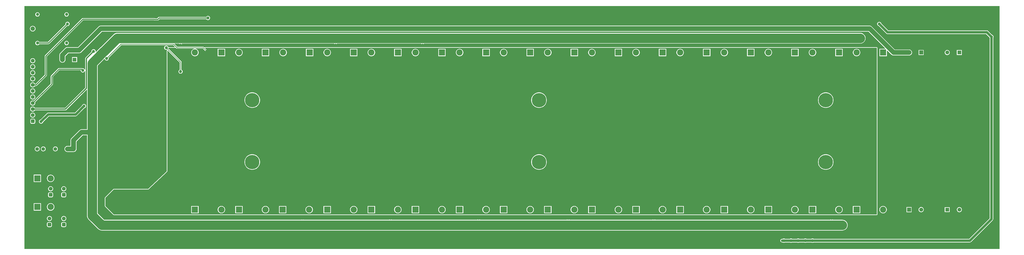
<source format=gbr>
G04*
G04 #@! TF.GenerationSoftware,Altium Limited,Altium Designer,24.1.2 (44)*
G04*
G04 Layer_Physical_Order=2*
G04 Layer_Color=16711680*
%FSLAX25Y25*%
%MOIN*%
G70*
G04*
G04 #@! TF.SameCoordinates,29FF4F4E-3C6D-470F-9DA1-2895E510F6E9*
G04*
G04*
G04 #@! TF.FilePolarity,Positive*
G04*
G01*
G75*
%ADD15C,0.01000*%
%ADD45C,0.10236*%
%ADD46R,0.10236X0.10236*%
%ADD58C,0.03937*%
%ADD59C,0.02000*%
%ADD60C,0.01500*%
%ADD61C,0.07874*%
%ADD62C,0.15748*%
%ADD67C,0.06299*%
G04:AMPARAMS|DCode=68|XSize=62.99mil|YSize=62.99mil|CornerRadius=15.75mil|HoleSize=0mil|Usage=FLASHONLY|Rotation=90.000|XOffset=0mil|YOffset=0mil|HoleType=Round|Shape=RoundedRectangle|*
%AMROUNDEDRECTD68*
21,1,0.06299,0.03150,0,0,90.0*
21,1,0.03150,0.06299,0,0,90.0*
1,1,0.03150,0.01575,0.01575*
1,1,0.03150,0.01575,-0.01575*
1,1,0.03150,-0.01575,-0.01575*
1,1,0.03150,-0.01575,0.01575*
%
%ADD68ROUNDEDRECTD68*%
%ADD69C,0.35000*%
%ADD70R,0.06299X0.06299*%
%ADD71R,0.06555X0.06555*%
%ADD72C,0.06555*%
%ADD73C,0.07244*%
%ADD74C,0.05118*%
%ADD75R,0.05906X0.05906*%
%ADD76C,0.05906*%
%ADD77C,0.06299*%
%ADD78R,0.06299X0.06299*%
%ADD79C,0.05000*%
%ADD80C,0.23622*%
G36*
X2440945Y316929D02*
X830709D01*
Y718504D01*
X2440945D01*
Y316929D01*
D02*
G37*
%LPC*%
G36*
X900394Y708314D02*
X899465Y708192D01*
X898599Y707833D01*
X897855Y707263D01*
X897285Y706519D01*
X896926Y705653D01*
X896804Y704724D01*
X896926Y703795D01*
X897285Y702929D01*
X897855Y702186D01*
X898599Y701616D01*
X899465Y701257D01*
X900394Y701135D01*
X901323Y701257D01*
X902189Y701616D01*
X902932Y702186D01*
X903502Y702929D01*
X903861Y703795D01*
X903983Y704724D01*
X903861Y705653D01*
X903502Y706519D01*
X902932Y707263D01*
X902189Y707833D01*
X901323Y708192D01*
X900394Y708314D01*
D02*
G37*
G36*
X852362D02*
X851433Y708192D01*
X850567Y707833D01*
X849824Y707263D01*
X849253Y706519D01*
X848895Y705653D01*
X848772Y704724D01*
X848895Y703795D01*
X849253Y702929D01*
X849824Y702186D01*
X850567Y701616D01*
X851433Y701257D01*
X852362Y701135D01*
X853291Y701257D01*
X854157Y701616D01*
X854900Y702186D01*
X855471Y702929D01*
X855830Y703795D01*
X855952Y704724D01*
X855830Y705653D01*
X855471Y706519D01*
X854900Y707263D01*
X854157Y707833D01*
X853291Y708192D01*
X852362Y708314D01*
D02*
G37*
G36*
X1133858Y702349D02*
X1132945Y702229D01*
X1132093Y701876D01*
X1131362Y701315D01*
X1130816Y700603D01*
X1053150D01*
X1053150Y700603D01*
X1052467Y700467D01*
X1051888Y700081D01*
X1050129Y698322D01*
X1046224D01*
X1045958Y698499D01*
X1045276Y698635D01*
X927165D01*
X926482Y698499D01*
X925904Y698112D01*
X864880Y637088D01*
X864493Y636510D01*
X864357Y635827D01*
Y605070D01*
X849182Y589894D01*
X848241D01*
X848113Y590203D01*
X847448Y591070D01*
X846581Y591735D01*
X845572Y592153D01*
X844488Y592296D01*
X843405Y592153D01*
X842395Y591735D01*
X841529Y591070D01*
X840864Y590203D01*
X840445Y589193D01*
X840303Y588110D01*
X840445Y587027D01*
X840864Y586018D01*
X841529Y585151D01*
X842395Y584486D01*
X843405Y584067D01*
X844488Y583925D01*
X845572Y584067D01*
X846581Y584486D01*
X847448Y585151D01*
X848113Y586018D01*
X848241Y586326D01*
X849921D01*
X850604Y586462D01*
X851183Y586849D01*
X867403Y603069D01*
X867403Y603069D01*
X867790Y603648D01*
X867926Y604331D01*
Y635088D01*
X927904Y695066D01*
X1044641D01*
X1044906Y694889D01*
X1045589Y694753D01*
X1050868D01*
X1051551Y694889D01*
X1052130Y695276D01*
X1053889Y697035D01*
X1130816D01*
X1131362Y696323D01*
X1132093Y695762D01*
X1132945Y695409D01*
X1133858Y695289D01*
X1134772Y695409D01*
X1135623Y695762D01*
X1136355Y696323D01*
X1136915Y697054D01*
X1137268Y697905D01*
X1137389Y698819D01*
X1137268Y699733D01*
X1136915Y700584D01*
X1136355Y701315D01*
X1135623Y701876D01*
X1134772Y702229D01*
X1133858Y702349D01*
D02*
G37*
G36*
X2226352Y686082D02*
X2226352Y686082D01*
X956693D01*
X956693Y686082D01*
X955404Y685912D01*
X954203Y685415D01*
X953172Y684623D01*
X953172Y684623D01*
X919197Y650649D01*
X901575D01*
X901575Y650649D01*
X900286Y650479D01*
X899085Y649982D01*
X898054Y649190D01*
X898054Y649190D01*
X890022Y641159D01*
X889231Y640128D01*
X888733Y638927D01*
X888564Y637638D01*
X888564Y637638D01*
Y629921D01*
X888733Y628632D01*
X889231Y627431D01*
X890022Y626400D01*
X891053Y625609D01*
X892255Y625111D01*
X893543Y624942D01*
X894832Y625111D01*
X896033Y625609D01*
X897064Y626400D01*
X897856Y627431D01*
X898353Y628632D01*
X898523Y629921D01*
Y635575D01*
X903637Y640690D01*
X921260D01*
X921260Y640690D01*
X922549Y640859D01*
X923750Y641357D01*
X924781Y642148D01*
X958755Y676123D01*
X2224289D01*
X2252100Y648312D01*
X2251908Y647850D01*
X2242386D01*
Y635614D01*
X2254622D01*
Y645137D01*
X2255084Y645328D01*
X2262201Y638211D01*
X2263232Y637420D01*
X2264433Y636922D01*
X2265722Y636753D01*
X2291339D01*
X2292627Y636922D01*
X2293828Y637420D01*
X2294860Y638211D01*
X2295651Y639243D01*
X2296148Y640444D01*
X2296318Y641732D01*
X2296148Y643021D01*
X2295651Y644222D01*
X2294860Y645253D01*
X2293828Y646045D01*
X2292627Y646542D01*
X2291339Y646712D01*
X2267785D01*
X2229873Y684623D01*
X2228842Y685415D01*
X2227641Y685912D01*
X2226352Y686082D01*
D02*
G37*
G36*
X901891Y692534D02*
X900977Y692414D01*
X900126Y692061D01*
X899395Y691500D01*
X898834Y690769D01*
X898481Y689917D01*
X898361Y689004D01*
X898478Y688114D01*
X869629Y659265D01*
X855475D01*
X855471Y659275D01*
X854900Y660019D01*
X854157Y660589D01*
X853291Y660948D01*
X852362Y661070D01*
X851433Y660948D01*
X850567Y660589D01*
X849824Y660019D01*
X849253Y659275D01*
X848895Y658409D01*
X848772Y657480D01*
X848895Y656551D01*
X849253Y655685D01*
X849824Y654942D01*
X850567Y654372D01*
X851433Y654013D01*
X852362Y653891D01*
X853291Y654013D01*
X854157Y654372D01*
X854900Y654942D01*
X855471Y655685D01*
X855475Y655696D01*
X870368D01*
X871050Y655832D01*
X871629Y656219D01*
X901001Y685591D01*
X901891Y685473D01*
X902805Y685594D01*
X903656Y685946D01*
X904387Y686507D01*
X904948Y687239D01*
X905301Y688090D01*
X905421Y689004D01*
X905301Y689917D01*
X904948Y690769D01*
X904387Y691500D01*
X903656Y692061D01*
X902805Y692414D01*
X901891Y692534D01*
D02*
G37*
G36*
X844488Y685764D02*
X843282Y685605D01*
X842157Y685140D01*
X841192Y684399D01*
X840451Y683433D01*
X839985Y682309D01*
X839826Y681102D01*
X839985Y679896D01*
X840451Y678771D01*
X841192Y677806D01*
X842157Y677065D01*
X843282Y676599D01*
X844488Y676440D01*
X845695Y676599D01*
X846819Y677065D01*
X847785Y677806D01*
X848526Y678771D01*
X848991Y679896D01*
X849150Y681102D01*
X848991Y682309D01*
X848526Y683433D01*
X847785Y684399D01*
X846819Y685140D01*
X845695Y685605D01*
X844488Y685764D01*
D02*
G37*
G36*
X900394Y661070D02*
X899465Y660948D01*
X898599Y660589D01*
X897855Y660019D01*
X897285Y659275D01*
X896926Y658409D01*
X896804Y657480D01*
X896926Y656551D01*
X897285Y655685D01*
X897855Y654942D01*
X898599Y654372D01*
X899465Y654013D01*
X900394Y653891D01*
X901323Y654013D01*
X902189Y654372D01*
X902932Y654942D01*
X903502Y655685D01*
X903861Y656551D01*
X903983Y657480D01*
X903861Y658409D01*
X903502Y659275D01*
X902932Y660019D01*
X902189Y660589D01*
X901323Y660948D01*
X900394Y661070D01*
D02*
G37*
G36*
X984252Y674271D02*
X982512Y674100D01*
X980840Y673593D01*
X979298Y672768D01*
X977947Y671660D01*
X977947Y671660D01*
X957074Y650787D01*
X956870Y650678D01*
X955519Y649569D01*
X955519Y649569D01*
X948856Y642906D01*
X948803Y642842D01*
X948326Y643049D01*
X948412Y643701D01*
X948292Y644615D01*
X947939Y645466D01*
X947378Y646197D01*
X946647Y646758D01*
X945796Y647111D01*
X944882Y647231D01*
X943968Y647111D01*
X943117Y646758D01*
X942386Y646197D01*
X941825Y645466D01*
X941472Y644615D01*
X941352Y643701D01*
X941427Y643130D01*
X931629Y633332D01*
X931187Y632670D01*
X931032Y631890D01*
Y628264D01*
X931000Y628106D01*
Y613399D01*
X930500Y613300D01*
X930223Y613970D01*
X929662Y614701D01*
X928930Y615262D01*
X928079Y615615D01*
X927165Y615735D01*
X926252Y615615D01*
X926213Y615599D01*
X925880Y615822D01*
X925197Y615957D01*
X887795D01*
X887795Y615957D01*
X887113Y615822D01*
X886534Y615435D01*
X874723Y603624D01*
X874336Y603045D01*
X874200Y602362D01*
Y590345D01*
X845880Y562025D01*
X845572Y562153D01*
X844488Y562296D01*
X843405Y562153D01*
X842395Y561735D01*
X841529Y561070D01*
X840864Y560203D01*
X840445Y559194D01*
X840303Y558110D01*
X840445Y557027D01*
X840864Y556017D01*
X841529Y555151D01*
X842395Y554486D01*
X843405Y554067D01*
X844488Y553925D01*
X845572Y554067D01*
X846581Y554486D01*
X847448Y555151D01*
X848113Y556017D01*
X848531Y557027D01*
X848674Y558110D01*
X848531Y559194D01*
X848403Y559502D01*
X877246Y588345D01*
X877246Y588345D01*
X877633Y588924D01*
X877769Y589606D01*
X877769Y589606D01*
Y601623D01*
X888534Y612389D01*
X923474D01*
X923635Y612205D01*
X923755Y611291D01*
X924108Y610440D01*
X924669Y609708D01*
X925400Y609148D01*
X926252Y608795D01*
X927165Y608674D01*
X928079Y608795D01*
X928930Y609148D01*
X929662Y609708D01*
X930223Y610440D01*
X930500Y611110D01*
X931000Y611010D01*
Y583490D01*
X897659Y550149D01*
X848135D01*
X848113Y550203D01*
X847448Y551070D01*
X846581Y551735D01*
X845572Y552153D01*
X844488Y552296D01*
X843405Y552153D01*
X842395Y551735D01*
X841529Y551070D01*
X840864Y550203D01*
X840445Y549193D01*
X840303Y548110D01*
X840445Y547027D01*
X840864Y546018D01*
X841529Y545151D01*
X842395Y544486D01*
X843405Y544067D01*
X844488Y543925D01*
X845572Y544067D01*
X846581Y544486D01*
X847448Y545151D01*
X848113Y546018D01*
X848135Y546071D01*
X898504D01*
X899284Y546226D01*
X899946Y546668D01*
X933496Y580219D01*
X933996Y580012D01*
Y570866D01*
Y514822D01*
X925197D01*
X925197Y514822D01*
X923908Y514652D01*
X922707Y514155D01*
X921676Y513364D01*
X921676Y513364D01*
X908369Y500057D01*
X907577Y499025D01*
X907080Y497824D01*
X906910Y496535D01*
X906910Y496535D01*
Y487263D01*
X901890D01*
X900601Y487093D01*
X899400Y486596D01*
X898369Y485805D01*
X897577Y484773D01*
X897080Y483572D01*
X896910Y482283D01*
X897080Y480995D01*
X897577Y479794D01*
X898369Y478762D01*
X899400Y477971D01*
X900601Y477473D01*
X901890Y477304D01*
X911890D01*
X913179Y477473D01*
X914380Y477971D01*
X915411Y478762D01*
X916202Y479794D01*
X916700Y480995D01*
X916869Y482283D01*
Y494473D01*
X927260Y504863D01*
X933996D01*
Y372047D01*
X933996Y372047D01*
X934168Y370308D01*
X934675Y368635D01*
X935499Y367093D01*
X936608Y365742D01*
X952356Y349994D01*
X952356Y349994D01*
X953707Y348885D01*
X955249Y348061D01*
X956922Y347554D01*
X958661Y347382D01*
X958661Y347382D01*
X2181102D01*
X2182842Y347554D01*
X2184515Y348061D01*
X2186056Y348885D01*
X2187408Y349994D01*
X2188516Y351345D01*
X2189341Y352887D01*
X2189848Y354560D01*
X2190019Y356299D01*
X2189848Y358039D01*
X2189341Y359712D01*
X2188516Y361253D01*
X2187408Y362604D01*
X2186056Y363713D01*
X2184515Y364537D01*
X2182842Y365045D01*
X2181102Y365216D01*
X2165707D01*
X2165334Y365716D01*
X2165425Y366173D01*
Y367673D01*
X2165270Y368454D01*
X2164828Y369115D01*
X2164166Y369557D01*
X2163386Y369712D01*
X2162605Y369557D01*
X2161944Y369115D01*
X2161502Y368454D01*
X2161347Y367673D01*
Y366173D01*
X2161438Y365716D01*
X2161064Y365216D01*
X1872241D01*
X1871957Y365716D01*
X1872085Y366362D01*
Y367673D01*
X1871930Y368454D01*
X1871488Y369115D01*
X1870826Y369557D01*
X1870046Y369712D01*
X1869266Y369557D01*
X1868604Y369115D01*
X1868162Y368454D01*
X1868007Y367673D01*
Y366362D01*
X1868135Y365716D01*
X1867851Y365216D01*
X1730668D01*
X1730295Y365716D01*
X1730386Y366173D01*
Y367673D01*
X1730230Y368454D01*
X1729788Y369115D01*
X1729127Y369557D01*
X1728346Y369712D01*
X1727566Y369557D01*
X1726904Y369115D01*
X1726463Y368454D01*
X1726307Y367673D01*
Y366173D01*
X1726398Y365716D01*
X1726025Y365216D01*
X1583030D01*
X1582657Y365716D01*
X1582748Y366173D01*
Y367673D01*
X1582593Y368454D01*
X1582151Y369115D01*
X1581489Y369557D01*
X1580709Y369712D01*
X1579928Y369557D01*
X1579267Y369115D01*
X1578825Y368454D01*
X1578669Y367673D01*
Y366173D01*
X1578760Y365716D01*
X1578387Y365216D01*
X1437361D01*
X1436988Y365716D01*
X1437078Y366173D01*
Y367673D01*
X1436923Y368454D01*
X1436481Y369115D01*
X1435820Y369557D01*
X1435039Y369712D01*
X1434259Y369557D01*
X1433597Y369115D01*
X1433155Y368454D01*
X1433000Y367673D01*
Y366173D01*
X1433091Y365716D01*
X1432718Y365216D01*
X1291980D01*
X1291713Y365716D01*
X1291980Y366117D01*
X1292135Y366897D01*
Y367673D01*
X1291980Y368454D01*
X1291538Y369115D01*
X1290877Y369557D01*
X1290096Y369712D01*
X1289316Y369557D01*
X1288654Y369115D01*
X1288212Y368454D01*
X1288057Y367673D01*
Y366897D01*
X1288212Y366117D01*
X1288480Y365716D01*
X1288213Y365216D01*
X962355D01*
X951830Y375741D01*
Y509842D01*
Y570866D01*
Y580709D01*
Y590551D01*
Y600394D01*
Y620322D01*
X961467Y629958D01*
X961467Y629958D01*
X962576Y631310D01*
X962577Y631312D01*
X963094Y631218D01*
X963126Y630976D01*
X963478Y630125D01*
X964039Y629393D01*
X964770Y628832D01*
X965622Y628480D01*
X966535Y628360D01*
X967449Y628480D01*
X968301Y628832D01*
X969032Y629393D01*
X969593Y630125D01*
X969945Y630976D01*
X970066Y631890D01*
X969945Y632803D01*
X969848Y633039D01*
X990791Y653982D01*
X1076138D01*
X1079033Y651088D01*
X1078841Y650626D01*
X1068461D01*
X1068337Y650601D01*
X1068018Y651371D01*
X1067457Y652103D01*
X1066726Y652664D01*
X1065874Y653016D01*
X1064961Y653136D01*
X1064047Y653016D01*
X1063196Y652664D01*
X1062464Y652103D01*
X1061903Y651371D01*
X1061551Y650520D01*
X1061430Y649606D01*
X1061551Y648693D01*
X1061903Y647841D01*
X1062464Y647110D01*
X1063196Y646549D01*
X1064047Y646196D01*
X1064961Y646076D01*
X1065739Y646179D01*
X1066039Y645985D01*
X1066161Y645472D01*
X1065987Y645212D01*
X1065909Y644822D01*
Y445324D01*
X1035030Y416374D01*
X978347D01*
X977956Y416296D01*
X977625Y416075D01*
X963846Y402296D01*
X963625Y401965D01*
X963547Y401575D01*
Y387795D01*
X963625Y387405D01*
X963846Y387074D01*
X977625Y373295D01*
X977956Y373074D01*
X978347Y372996D01*
X2238189D01*
X2238579Y373074D01*
X2238910Y373295D01*
X2239131Y373626D01*
X2239209Y374016D01*
Y649606D01*
X2239131Y649997D01*
X2238910Y650327D01*
X2238579Y650548D01*
X2238189Y650626D01*
X1129037D01*
X1128646Y650548D01*
X1128316Y650327D01*
X1127693Y650296D01*
X1127302Y650688D01*
X1126806Y651019D01*
X1126221Y651136D01*
X1083311D01*
X1078471Y655975D01*
X1078662Y656437D01*
X1086261D01*
X1086634Y655937D01*
X1086543Y655480D01*
Y653980D01*
X1086699Y653200D01*
X1087141Y652538D01*
X1087802Y652096D01*
X1088583Y651941D01*
X1089363Y652096D01*
X1090025Y652538D01*
X1090467Y653200D01*
X1090622Y653980D01*
Y655480D01*
X1090531Y655937D01*
X1090904Y656437D01*
X1342167D01*
X1342540Y655937D01*
X1342449Y655480D01*
Y653980D01*
X1342604Y653200D01*
X1343046Y652538D01*
X1343708Y652096D01*
X1344488Y651941D01*
X1345269Y652096D01*
X1345930Y652538D01*
X1346372Y653200D01*
X1346527Y653980D01*
Y655480D01*
X1346437Y655937D01*
X1346810Y656437D01*
X1485868D01*
X1486241Y655937D01*
X1486150Y655480D01*
Y653980D01*
X1486305Y653200D01*
X1486747Y652538D01*
X1487409Y652096D01*
X1488189Y651941D01*
X1488969Y652096D01*
X1489631Y652538D01*
X1490073Y653200D01*
X1490228Y653980D01*
Y655480D01*
X1490137Y655937D01*
X1490510Y656437D01*
X2210630D01*
X2212370Y656609D01*
X2214042Y657116D01*
X2215584Y657940D01*
X2216935Y659049D01*
X2218044Y660400D01*
X2218868Y661942D01*
X2219375Y663615D01*
X2219547Y665354D01*
X2219375Y667094D01*
X2218868Y668767D01*
X2218044Y670308D01*
X2216935Y671660D01*
X2215584Y672768D01*
X2214042Y673593D01*
X2212370Y674100D01*
X2210630Y674271D01*
X984252D01*
X984252Y674271D01*
D02*
G37*
G36*
X2378480Y645882D02*
X2370181D01*
Y637583D01*
X2378480D01*
Y645882D01*
D02*
G37*
G36*
X2354331Y645918D02*
X2353247Y645775D01*
X2352238Y645357D01*
X2351371Y644692D01*
X2350706Y643825D01*
X2350288Y642815D01*
X2350145Y641732D01*
X2350288Y640649D01*
X2350706Y639640D01*
X2351371Y638773D01*
X2352238Y638108D01*
X2353247Y637689D01*
X2354331Y637547D01*
X2355414Y637689D01*
X2356423Y638108D01*
X2357290Y638773D01*
X2357955Y639640D01*
X2358373Y640649D01*
X2358516Y641732D01*
X2358373Y642815D01*
X2357955Y643825D01*
X2357290Y644692D01*
X2356423Y645357D01*
X2355414Y645775D01*
X2354331Y645918D01*
D02*
G37*
G36*
X2315616Y646010D02*
X2307061D01*
Y637455D01*
X2315616D01*
Y646010D01*
D02*
G37*
G36*
X917693Y634071D02*
X909394D01*
Y625772D01*
X917693D01*
Y634071D01*
D02*
G37*
G36*
X844488Y632296D02*
X843405Y632153D01*
X842395Y631735D01*
X841529Y631070D01*
X840864Y630203D01*
X840445Y629193D01*
X840303Y628110D01*
X840445Y627027D01*
X840864Y626018D01*
X841529Y625151D01*
X842395Y624486D01*
X843405Y624067D01*
X844488Y623925D01*
X845572Y624067D01*
X846581Y624486D01*
X847448Y625151D01*
X848113Y626018D01*
X848531Y627027D01*
X848674Y628110D01*
X848531Y629193D01*
X848113Y630203D01*
X847448Y631070D01*
X846581Y631735D01*
X845572Y632153D01*
X844488Y632296D01*
D02*
G37*
G36*
Y622296D02*
X843405Y622153D01*
X842395Y621735D01*
X841529Y621070D01*
X840864Y620203D01*
X840445Y619194D01*
X840303Y618110D01*
X840445Y617027D01*
X840864Y616017D01*
X841529Y615151D01*
X842395Y614486D01*
X843405Y614067D01*
X844488Y613925D01*
X845572Y614067D01*
X846581Y614486D01*
X847448Y615151D01*
X848113Y616017D01*
X848531Y617027D01*
X848674Y618110D01*
X848531Y619194D01*
X848113Y620203D01*
X847448Y621070D01*
X846581Y621735D01*
X845572Y622153D01*
X844488Y622296D01*
D02*
G37*
G36*
Y612296D02*
X843405Y612153D01*
X842395Y611735D01*
X841529Y611070D01*
X840864Y610203D01*
X840445Y609194D01*
X840303Y608110D01*
X840445Y607027D01*
X840864Y606017D01*
X841529Y605151D01*
X842395Y604486D01*
X843405Y604067D01*
X844488Y603925D01*
X845572Y604067D01*
X846581Y604486D01*
X847448Y605151D01*
X848113Y606017D01*
X848531Y607027D01*
X848674Y608110D01*
X848531Y609194D01*
X848113Y610203D01*
X847448Y611070D01*
X846581Y611735D01*
X845572Y612153D01*
X844488Y612296D01*
D02*
G37*
G36*
Y602296D02*
X843405Y602153D01*
X842395Y601735D01*
X841529Y601070D01*
X840864Y600203D01*
X840445Y599193D01*
X840303Y598110D01*
X840445Y597027D01*
X840864Y596018D01*
X841529Y595151D01*
X842395Y594486D01*
X843405Y594067D01*
X844488Y593925D01*
X845572Y594067D01*
X846581Y594486D01*
X847448Y595151D01*
X848113Y596018D01*
X848531Y597027D01*
X848674Y598110D01*
X848531Y599193D01*
X848113Y600203D01*
X847448Y601070D01*
X846581Y601735D01*
X845572Y602153D01*
X844488Y602296D01*
D02*
G37*
G36*
Y582296D02*
X843405Y582153D01*
X842395Y581735D01*
X841529Y581070D01*
X840864Y580203D01*
X840445Y579193D01*
X840303Y578110D01*
X840445Y577027D01*
X840864Y576018D01*
X841529Y575151D01*
X842395Y574486D01*
X843405Y574067D01*
X844488Y573925D01*
X845572Y574067D01*
X846581Y574486D01*
X847448Y575151D01*
X848113Y576018D01*
X848531Y577027D01*
X848674Y578110D01*
X848531Y579193D01*
X848113Y580203D01*
X847448Y581070D01*
X846581Y581735D01*
X845572Y582153D01*
X844488Y582296D01*
D02*
G37*
G36*
Y572296D02*
X843405Y572153D01*
X842395Y571735D01*
X841529Y571070D01*
X840864Y570203D01*
X840445Y569194D01*
X840303Y568110D01*
X840445Y567027D01*
X840864Y566017D01*
X841529Y565151D01*
X842395Y564486D01*
X843405Y564067D01*
X844488Y563925D01*
X845572Y564067D01*
X846581Y564486D01*
X847448Y565151D01*
X848113Y566017D01*
X848531Y567027D01*
X848674Y568110D01*
X848531Y569194D01*
X848113Y570203D01*
X847448Y571070D01*
X846581Y571735D01*
X845572Y572153D01*
X844488Y572296D01*
D02*
G37*
G36*
Y542296D02*
X843405Y542153D01*
X842395Y541735D01*
X841529Y541070D01*
X840864Y540203D01*
X840445Y539193D01*
X840303Y538110D01*
X840445Y537027D01*
X840864Y536018D01*
X841529Y535151D01*
X842395Y534486D01*
X843405Y534067D01*
X844488Y533925D01*
X845572Y534067D01*
X846581Y534486D01*
X847448Y535151D01*
X848113Y536018D01*
X848531Y537027D01*
X848674Y538110D01*
X848531Y539193D01*
X848113Y540203D01*
X847448Y541070D01*
X846581Y541735D01*
X845572Y542153D01*
X844488Y542296D01*
D02*
G37*
G36*
X929134Y556680D02*
X928220Y556560D01*
X927369Y556207D01*
X926638Y555646D01*
X926077Y554915D01*
X925724Y554063D01*
X925710Y553961D01*
X914114Y542364D01*
X870079D01*
X869304Y542262D01*
X868582Y541963D01*
X867962Y541487D01*
X857457Y530982D01*
X857354Y530969D01*
X856503Y530616D01*
X855772Y530055D01*
X855210Y529324D01*
X854858Y528473D01*
X854737Y527559D01*
X854858Y526645D01*
X855210Y525794D01*
X855772Y525063D01*
X856503Y524502D01*
X857354Y524149D01*
X858268Y524029D01*
X859181Y524149D01*
X860033Y524502D01*
X860764Y525063D01*
X861325Y525794D01*
X861678Y526645D01*
X861691Y526748D01*
X871319Y536376D01*
X915354D01*
X916129Y536478D01*
X916851Y536777D01*
X917472Y537253D01*
X929945Y549726D01*
X930048Y549740D01*
X930899Y550092D01*
X931630Y550653D01*
X932191Y551384D01*
X932544Y552236D01*
X932664Y553150D01*
X932544Y554063D01*
X932191Y554915D01*
X931630Y555646D01*
X930899Y556207D01*
X930048Y556560D01*
X929134Y556680D01*
D02*
G37*
G36*
X846063Y532282D02*
X842913D01*
X842241Y532194D01*
X841615Y531934D01*
X841077Y531521D01*
X840664Y530984D01*
X840405Y530357D01*
X840316Y529685D01*
Y526535D01*
X840405Y525863D01*
X840664Y525237D01*
X841077Y524699D01*
X841615Y524286D01*
X842241Y524027D01*
X842913Y523938D01*
X846063D01*
X846735Y524027D01*
X847361Y524286D01*
X847899Y524699D01*
X848312Y525237D01*
X848571Y525863D01*
X848660Y526535D01*
Y529685D01*
X848571Y530357D01*
X848312Y530984D01*
X847899Y531521D01*
X847361Y531934D01*
X846735Y532194D01*
X846063Y532282D01*
D02*
G37*
G36*
X881890Y486270D02*
X880858Y486134D01*
X879896Y485736D01*
X879071Y485103D01*
X878437Y484277D01*
X878039Y483315D01*
X877903Y482283D01*
X878039Y481252D01*
X878437Y480290D01*
X879071Y479464D01*
X879896Y478831D01*
X880858Y478433D01*
X881890Y478297D01*
X882922Y478433D01*
X883883Y478831D01*
X884709Y479464D01*
X885343Y480290D01*
X885741Y481252D01*
X885877Y482283D01*
X885741Y483315D01*
X885343Y484277D01*
X884709Y485103D01*
X883883Y485736D01*
X882922Y486134D01*
X881890Y486270D01*
D02*
G37*
G36*
X861890D02*
X860858Y486134D01*
X859896Y485736D01*
X859071Y485103D01*
X858437Y484277D01*
X858039Y483315D01*
X857903Y482283D01*
X858039Y481252D01*
X858437Y480290D01*
X859071Y479464D01*
X859896Y478831D01*
X860858Y478433D01*
X861890Y478297D01*
X862922Y478433D01*
X863883Y478831D01*
X864709Y479464D01*
X865343Y480290D01*
X865741Y481252D01*
X865877Y482283D01*
X865741Y483315D01*
X865343Y484277D01*
X864709Y485103D01*
X863883Y485736D01*
X862922Y486134D01*
X861890Y486270D01*
D02*
G37*
G36*
X851890D02*
X850858Y486134D01*
X849896Y485736D01*
X849071Y485103D01*
X848437Y484277D01*
X848039Y483315D01*
X847903Y482283D01*
X848039Y481252D01*
X848437Y480290D01*
X849071Y479464D01*
X849896Y478831D01*
X850858Y478433D01*
X851890Y478297D01*
X852922Y478433D01*
X853883Y478831D01*
X854709Y479464D01*
X855342Y480290D01*
X855741Y481252D01*
X855877Y482283D01*
X855741Y483315D01*
X855342Y484277D01*
X854709Y485103D01*
X853883Y485736D01*
X852922Y486134D01*
X851890Y486270D01*
D02*
G37*
G36*
X858244Y439760D02*
X846008D01*
Y427524D01*
X858244D01*
Y439760D01*
D02*
G37*
G36*
X874016Y439789D02*
X872816Y439671D01*
X871663Y439322D01*
X870600Y438753D01*
X869669Y437989D01*
X868904Y437057D01*
X868336Y435994D01*
X867986Y434841D01*
X867868Y433642D01*
X867986Y432442D01*
X868336Y431289D01*
X868904Y430226D01*
X869669Y429295D01*
X870600Y428530D01*
X871663Y427962D01*
X872816Y427612D01*
X874016Y427494D01*
X875215Y427612D01*
X876368Y427962D01*
X877431Y428530D01*
X878363Y429295D01*
X879127Y430226D01*
X879696Y431289D01*
X880045Y432442D01*
X880163Y433642D01*
X880045Y434841D01*
X879696Y435994D01*
X879127Y437057D01*
X878363Y437989D01*
X877431Y438753D01*
X876368Y439322D01*
X875215Y439671D01*
X874016Y439789D01*
D02*
G37*
G36*
X895669Y420603D02*
X894586Y420460D01*
X893577Y420042D01*
X892710Y419377D01*
X892045Y418510D01*
X891626Y417501D01*
X891484Y416417D01*
X891626Y415334D01*
X892045Y414325D01*
X892710Y413458D01*
X893577Y412793D01*
X894586Y412374D01*
X895669Y412232D01*
X896752Y412374D01*
X897762Y412793D01*
X898629Y413458D01*
X899294Y414325D01*
X899712Y415334D01*
X899855Y416417D01*
X899712Y417501D01*
X899294Y418510D01*
X898629Y419377D01*
X897762Y420042D01*
X896752Y420460D01*
X895669Y420603D01*
D02*
G37*
G36*
X874016D02*
X872933Y420460D01*
X871923Y420042D01*
X871056Y419377D01*
X870391Y418510D01*
X869973Y417501D01*
X869830Y416417D01*
X869973Y415334D01*
X870391Y414325D01*
X871056Y413458D01*
X871923Y412793D01*
X872933Y412374D01*
X874016Y412232D01*
X875099Y412374D01*
X876108Y412793D01*
X876975Y413458D01*
X877640Y414325D01*
X878059Y415334D01*
X878201Y416417D01*
X878059Y417501D01*
X877640Y418510D01*
X876975Y419377D01*
X876108Y420042D01*
X875099Y420460D01*
X874016Y420603D01*
D02*
G37*
G36*
X897244Y410589D02*
X894094D01*
X893422Y410501D01*
X892796Y410241D01*
X892258Y409829D01*
X891845Y409291D01*
X891586Y408664D01*
X891498Y407992D01*
Y404843D01*
X891586Y404170D01*
X891845Y403544D01*
X892258Y403006D01*
X892796Y402593D01*
X893422Y402334D01*
X894094Y402246D01*
X897244D01*
X897916Y402334D01*
X898543Y402593D01*
X899080Y403006D01*
X899493Y403544D01*
X899753Y404170D01*
X899841Y404843D01*
Y407992D01*
X899753Y408664D01*
X899493Y409291D01*
X899080Y409829D01*
X898543Y410241D01*
X897916Y410501D01*
X897244Y410589D01*
D02*
G37*
G36*
X875591D02*
X872441D01*
X871769Y410501D01*
X871142Y410241D01*
X870605Y409829D01*
X870192Y409291D01*
X869932Y408664D01*
X869844Y407992D01*
Y404843D01*
X869932Y404170D01*
X870192Y403544D01*
X870605Y403006D01*
X871142Y402593D01*
X871769Y402334D01*
X872441Y402246D01*
X875591D01*
X876263Y402334D01*
X876889Y402593D01*
X877427Y403006D01*
X877840Y403544D01*
X878099Y404170D01*
X878188Y404843D01*
Y407992D01*
X878099Y408664D01*
X877840Y409291D01*
X877427Y409829D01*
X876889Y410241D01*
X876263Y410501D01*
X875591Y410589D01*
D02*
G37*
G36*
X858244Y392516D02*
X846008D01*
Y380279D01*
X858244D01*
Y392516D01*
D02*
G37*
G36*
X874016Y392545D02*
X872816Y392427D01*
X871663Y392077D01*
X870600Y391509D01*
X869669Y390745D01*
X868904Y389813D01*
X868336Y388750D01*
X867986Y387597D01*
X867868Y386398D01*
X867986Y385198D01*
X868336Y384045D01*
X868904Y382982D01*
X869669Y382051D01*
X870600Y381286D01*
X871663Y380718D01*
X872816Y380368D01*
X874016Y380250D01*
X875215Y380368D01*
X876368Y380718D01*
X877431Y381286D01*
X878363Y382051D01*
X879127Y382982D01*
X879696Y384045D01*
X880045Y385198D01*
X880163Y386398D01*
X880045Y387597D01*
X879696Y388750D01*
X879127Y389813D01*
X878363Y390745D01*
X877431Y391509D01*
X876368Y392077D01*
X875215Y392427D01*
X874016Y392545D01*
D02*
G37*
G36*
X2358480Y386039D02*
X2350181D01*
Y377740D01*
X2358480D01*
Y386039D01*
D02*
G37*
G36*
X2374331Y386075D02*
X2373248Y385933D01*
X2372238Y385514D01*
X2371371Y384849D01*
X2370706Y383982D01*
X2370288Y382973D01*
X2370145Y381890D01*
X2370288Y380806D01*
X2370706Y379797D01*
X2371371Y378930D01*
X2372238Y378265D01*
X2373248Y377847D01*
X2374331Y377704D01*
X2375414Y377847D01*
X2376423Y378265D01*
X2377290Y378930D01*
X2377955Y379797D01*
X2378374Y380806D01*
X2378516Y381890D01*
X2378374Y382973D01*
X2377955Y383982D01*
X2377290Y384849D01*
X2376423Y385514D01*
X2375414Y385933D01*
X2374331Y386075D01*
D02*
G37*
G36*
X2295616Y386167D02*
X2287061D01*
Y377612D01*
X2295616D01*
Y386167D01*
D02*
G37*
G36*
X2311339Y386204D02*
X2310222Y386057D01*
X2309181Y385626D01*
X2308288Y384941D01*
X2307602Y384047D01*
X2307171Y383006D01*
X2307024Y381890D01*
X2307171Y380773D01*
X2307602Y379732D01*
X2308288Y378839D01*
X2309181Y378153D01*
X2310222Y377722D01*
X2311339Y377575D01*
X2312455Y377722D01*
X2313496Y378153D01*
X2314389Y378839D01*
X2315075Y379732D01*
X2315506Y380773D01*
X2315653Y381890D01*
X2315506Y383006D01*
X2315075Y384047D01*
X2314389Y384941D01*
X2313496Y385626D01*
X2312455Y386057D01*
X2311339Y386204D01*
D02*
G37*
G36*
X2248504Y388037D02*
X2247305Y387919D01*
X2246151Y387569D01*
X2245089Y387001D01*
X2244157Y386237D01*
X2243392Y385305D01*
X2242824Y384242D01*
X2242474Y383089D01*
X2242356Y381890D01*
X2242474Y380690D01*
X2242824Y379537D01*
X2243392Y378474D01*
X2244157Y377543D01*
X2245089Y376778D01*
X2246151Y376210D01*
X2247305Y375860D01*
X2248504Y375742D01*
X2249703Y375860D01*
X2250857Y376210D01*
X2251919Y376778D01*
X2252851Y377543D01*
X2253616Y378474D01*
X2254184Y379537D01*
X2254534Y380690D01*
X2254652Y381890D01*
X2254534Y383089D01*
X2254184Y384242D01*
X2253616Y385305D01*
X2252851Y386237D01*
X2251919Y387001D01*
X2250857Y387569D01*
X2249703Y387919D01*
X2248504Y388037D01*
D02*
G37*
G36*
X895669Y371390D02*
X894586Y371248D01*
X893577Y370829D01*
X892710Y370164D01*
X892045Y369297D01*
X891626Y368288D01*
X891484Y367205D01*
X891626Y366122D01*
X892045Y365112D01*
X892710Y364245D01*
X893577Y363580D01*
X894586Y363162D01*
X895669Y363019D01*
X896752Y363162D01*
X897762Y363580D01*
X898629Y364245D01*
X899294Y365112D01*
X899712Y366122D01*
X899855Y367205D01*
X899712Y368288D01*
X899294Y369297D01*
X898629Y370164D01*
X897762Y370829D01*
X896752Y371248D01*
X895669Y371390D01*
D02*
G37*
G36*
X872047D02*
X870964Y371248D01*
X869954Y370829D01*
X869088Y370164D01*
X868423Y369297D01*
X868004Y368288D01*
X867862Y367205D01*
X868004Y366122D01*
X868423Y365112D01*
X869088Y364245D01*
X869954Y363580D01*
X870964Y363162D01*
X872047Y363019D01*
X873131Y363162D01*
X874140Y363580D01*
X875007Y364245D01*
X875672Y365112D01*
X876090Y366122D01*
X876233Y367205D01*
X876090Y368288D01*
X875672Y369297D01*
X875007Y370164D01*
X874140Y370829D01*
X873131Y371248D01*
X872047Y371390D01*
D02*
G37*
G36*
X897244Y361377D02*
X894094D01*
X893422Y361288D01*
X892796Y361029D01*
X892258Y360616D01*
X891845Y360078D01*
X891586Y359452D01*
X891498Y358780D01*
Y355630D01*
X891586Y354958D01*
X891845Y354331D01*
X892258Y353794D01*
X892796Y353381D01*
X893422Y353121D01*
X894094Y353033D01*
X897244D01*
X897916Y353121D01*
X898543Y353381D01*
X899080Y353794D01*
X899493Y354331D01*
X899753Y354958D01*
X899841Y355630D01*
Y358780D01*
X899753Y359452D01*
X899493Y360078D01*
X899080Y360616D01*
X898543Y361029D01*
X897916Y361288D01*
X897244Y361377D01*
D02*
G37*
G36*
X873622D02*
X870473D01*
X869800Y361288D01*
X869174Y361029D01*
X868636Y360616D01*
X868223Y360078D01*
X867964Y359452D01*
X867875Y358780D01*
Y355630D01*
X867964Y354958D01*
X868223Y354331D01*
X868636Y353794D01*
X869174Y353381D01*
X869800Y353121D01*
X870473Y353033D01*
X873622D01*
X874294Y353121D01*
X874921Y353381D01*
X875458Y353794D01*
X875871Y354331D01*
X876131Y354958D01*
X876219Y355630D01*
Y358780D01*
X876131Y359452D01*
X875871Y360078D01*
X875458Y360616D01*
X874921Y361029D01*
X874294Y361288D01*
X873622Y361377D01*
D02*
G37*
G36*
X2242126Y692507D02*
X2241212Y692386D01*
X2240361Y692034D01*
X2239630Y691473D01*
X2239069Y690741D01*
X2238716Y689890D01*
X2238596Y688976D01*
X2238716Y688063D01*
X2239069Y687211D01*
X2239630Y686480D01*
X2240361Y685919D01*
X2241212Y685567D01*
X2241315Y685553D01*
X2253788Y673080D01*
X2254408Y672604D01*
X2255131Y672305D01*
X2255906Y672203D01*
X2418616D01*
X2423924Y666895D01*
X2423937Y666792D01*
X2424290Y665941D01*
X2424353Y665858D01*
Y367564D01*
X2390492Y333703D01*
X2133737D01*
X2133655Y333766D01*
X2132803Y334119D01*
X2131890Y334239D01*
X2130976Y334119D01*
X2130125Y333766D01*
X2130042Y333703D01*
X2121926D01*
X2121844Y333766D01*
X2120992Y334119D01*
X2120079Y334239D01*
X2119165Y334119D01*
X2118314Y333766D01*
X2118231Y333703D01*
X2110115D01*
X2110033Y333766D01*
X2109181Y334119D01*
X2108268Y334239D01*
X2107354Y334119D01*
X2106503Y333766D01*
X2106420Y333703D01*
X2098304D01*
X2098222Y333766D01*
X2097370Y334119D01*
X2096457Y334239D01*
X2095543Y334119D01*
X2094692Y333766D01*
X2094609Y333703D01*
X2086493D01*
X2086411Y333766D01*
X2085559Y334119D01*
X2084646Y334239D01*
X2083732Y334119D01*
X2082881Y333766D01*
X2082798Y333703D01*
X2081823D01*
X2081048Y333601D01*
X2080326Y333302D01*
X2079706Y332826D01*
X2079230Y332206D01*
X2078931Y331484D01*
X2078829Y330709D01*
X2078931Y329934D01*
X2079230Y329212D01*
X2079706Y328591D01*
X2080326Y328116D01*
X2081048Y327817D01*
X2081823Y327714D01*
X2082798D01*
X2082881Y327651D01*
X2083732Y327299D01*
X2084646Y327179D01*
X2085559Y327299D01*
X2086411Y327651D01*
X2086493Y327714D01*
X2094609D01*
X2094692Y327651D01*
X2095543Y327299D01*
X2096457Y327179D01*
X2097370Y327299D01*
X2098222Y327651D01*
X2098304Y327714D01*
X2106420D01*
X2106503Y327651D01*
X2107354Y327299D01*
X2108268Y327179D01*
X2109181Y327299D01*
X2110033Y327651D01*
X2110115Y327714D01*
X2118231D01*
X2118314Y327651D01*
X2119165Y327299D01*
X2120079Y327179D01*
X2120992Y327299D01*
X2121844Y327651D01*
X2121926Y327714D01*
X2130042D01*
X2130125Y327651D01*
X2130976Y327299D01*
X2131890Y327179D01*
X2132803Y327299D01*
X2133655Y327651D01*
X2133737Y327714D01*
X2391732D01*
X2392507Y327817D01*
X2393229Y328116D01*
X2393849Y328591D01*
X2429465Y364207D01*
X2429940Y364827D01*
X2430239Y365549D01*
X2430342Y366324D01*
Y665858D01*
X2430405Y665941D01*
X2430757Y666792D01*
X2430878Y667706D01*
X2430757Y668619D01*
X2430405Y669471D01*
X2429844Y670202D01*
X2429112Y670763D01*
X2428261Y671115D01*
X2428158Y671129D01*
X2421973Y677314D01*
X2421353Y677790D01*
X2420631Y678089D01*
X2419856Y678191D01*
X2257146D01*
X2245549Y689787D01*
X2245536Y689890D01*
X2245183Y690741D01*
X2244622Y691473D01*
X2243891Y692034D01*
X2243040Y692386D01*
X2242126Y692507D01*
D02*
G37*
%LPD*%
G36*
X2238189Y374016D02*
X978347D01*
X964567Y387795D01*
Y401575D01*
X978347Y415354D01*
X1035433D01*
X1066929Y444882D01*
Y644822D01*
X1067391Y645013D01*
X1087053Y625351D01*
Y613395D01*
X1086434Y613037D01*
X1085782Y612385D01*
X1085321Y611587D01*
X1085083Y610697D01*
Y609775D01*
X1085321Y608885D01*
X1085782Y608087D01*
X1086434Y607436D01*
X1087232Y606975D01*
X1088122Y606736D01*
X1089044D01*
X1089934Y606975D01*
X1090732Y607436D01*
X1091383Y608087D01*
X1091844Y608885D01*
X1092083Y609775D01*
Y610697D01*
X1091844Y611587D01*
X1091383Y612385D01*
X1090732Y613037D01*
X1090112Y613395D01*
Y625984D01*
X1089996Y626570D01*
X1089664Y627066D01*
X1068275Y648454D01*
X1068461Y649146D01*
Y649606D01*
X1080514D01*
X1081596Y648525D01*
X1082092Y648193D01*
X1082677Y648077D01*
X1110228D01*
X1110328Y647577D01*
X1109307Y647154D01*
X1108305Y646485D01*
X1107452Y645632D01*
X1106783Y644630D01*
X1106322Y643517D01*
X1106087Y642335D01*
Y641130D01*
X1106322Y639948D01*
X1106783Y638834D01*
X1107452Y637832D01*
X1108305Y636980D01*
X1109307Y636310D01*
X1110420Y635849D01*
X1111602Y635614D01*
X1112807D01*
X1113989Y635849D01*
X1115103Y636310D01*
X1116105Y636980D01*
X1116957Y637832D01*
X1117626Y638834D01*
X1118088Y639948D01*
X1118323Y641130D01*
Y642335D01*
X1118088Y643517D01*
X1117626Y644630D01*
X1116957Y645632D01*
X1116105Y646485D01*
X1115103Y647154D01*
X1114082Y647577D01*
X1114181Y648077D01*
X1125587D01*
X1133013Y640651D01*
X1133509Y640319D01*
X1134095Y640203D01*
X1134680Y640319D01*
X1135176Y640651D01*
X1135507Y641147D01*
X1135624Y641732D01*
X1135507Y642318D01*
X1135176Y642814D01*
X1128845Y649144D01*
X1129037Y649606D01*
X2238189D01*
Y374016D01*
D02*
G37*
%LPC*%
G36*
X1307772Y647850D02*
X1295535D01*
Y635614D01*
X1307772D01*
Y647850D01*
D02*
G37*
G36*
X1258477D02*
X1257271D01*
X1256089Y647615D01*
X1254976Y647154D01*
X1253974Y646485D01*
X1253122Y645632D01*
X1252452Y644630D01*
X1251991Y643517D01*
X1251756Y642335D01*
Y641130D01*
X1251991Y639948D01*
X1252452Y638834D01*
X1253122Y637832D01*
X1253974Y636980D01*
X1254976Y636310D01*
X1256089Y635849D01*
X1257271Y635614D01*
X1258477D01*
X1259659Y635849D01*
X1260772Y636310D01*
X1261774Y636980D01*
X1262626Y637832D01*
X1263296Y638834D01*
X1263757Y639948D01*
X1263992Y641130D01*
Y642335D01*
X1263757Y643517D01*
X1263296Y644630D01*
X1262626Y645632D01*
X1261774Y646485D01*
X1260772Y647154D01*
X1259659Y647615D01*
X1258477Y647850D01*
D02*
G37*
G36*
X2205327Y647850D02*
X2204122D01*
X2202940Y647615D01*
X2201826Y647154D01*
X2200824Y646485D01*
X2199972Y645632D01*
X2199303Y644630D01*
X2198841Y643517D01*
X2198606Y642335D01*
Y641130D01*
X2198841Y639948D01*
X2199303Y638834D01*
X2199972Y637832D01*
X2200824Y636980D01*
X2201826Y636310D01*
X2202940Y635849D01*
X2204122Y635614D01*
X2205327D01*
X2206509Y635849D01*
X2207622Y636310D01*
X2208624Y636980D01*
X2209477Y637832D01*
X2210146Y638834D01*
X2210607Y639948D01*
X2210843Y641130D01*
Y642335D01*
X2210607Y643517D01*
X2210146Y644630D01*
X2209477Y645632D01*
X2208624Y646485D01*
X2207622Y647154D01*
X2206509Y647615D01*
X2205327Y647850D01*
D02*
G37*
G36*
X2181787D02*
X2169551D01*
Y635614D01*
X2181787D01*
Y647850D01*
D02*
G37*
G36*
X2132492D02*
X2131287D01*
X2130105Y647615D01*
X2128992Y647154D01*
X2127990Y646485D01*
X2127138Y645632D01*
X2126468Y644630D01*
X2126007Y643517D01*
X2125772Y642335D01*
Y641130D01*
X2126007Y639948D01*
X2126468Y638834D01*
X2127138Y637832D01*
X2127990Y636980D01*
X2128992Y636310D01*
X2130105Y635849D01*
X2131287Y635614D01*
X2132492D01*
X2133674Y635849D01*
X2134788Y636310D01*
X2135790Y636980D01*
X2136642Y637832D01*
X2137312Y638834D01*
X2137773Y639948D01*
X2138008Y641130D01*
Y642335D01*
X2137773Y643517D01*
X2137312Y644630D01*
X2136642Y645632D01*
X2135790Y646485D01*
X2134788Y647154D01*
X2133674Y647615D01*
X2132492Y647850D01*
D02*
G37*
G36*
X2108953D02*
X2096716D01*
Y635614D01*
X2108953D01*
Y647850D01*
D02*
G37*
G36*
X2059658D02*
X2058452D01*
X2057270Y647615D01*
X2056157Y647154D01*
X2055155Y646485D01*
X2054303Y645632D01*
X2053633Y644630D01*
X2053172Y643517D01*
X2052937Y642335D01*
Y641130D01*
X2053172Y639948D01*
X2053633Y638834D01*
X2054303Y637832D01*
X2055155Y636980D01*
X2056157Y636310D01*
X2057270Y635849D01*
X2058452Y635614D01*
X2059658D01*
X2060840Y635849D01*
X2061953Y636310D01*
X2062955Y636980D01*
X2063807Y637832D01*
X2064477Y638834D01*
X2064938Y639948D01*
X2065173Y641130D01*
Y642335D01*
X2064938Y643517D01*
X2064477Y644630D01*
X2063807Y645632D01*
X2062955Y646485D01*
X2061953Y647154D01*
X2060840Y647615D01*
X2059658Y647850D01*
D02*
G37*
G36*
X2036118D02*
X2023882D01*
Y635614D01*
X2036118D01*
Y647850D01*
D02*
G37*
G36*
X1986823D02*
X1985618D01*
X1984436Y647615D01*
X1983323Y647154D01*
X1982320Y646485D01*
X1981468Y645632D01*
X1980799Y644630D01*
X1980338Y643517D01*
X1980102Y642335D01*
Y641130D01*
X1980338Y639948D01*
X1980799Y638834D01*
X1981468Y637832D01*
X1982320Y636980D01*
X1983323Y636310D01*
X1984436Y635849D01*
X1985618Y635614D01*
X1986823D01*
X1988005Y635849D01*
X1989119Y636310D01*
X1990121Y636980D01*
X1990973Y637832D01*
X1991642Y638834D01*
X1992104Y639948D01*
X1992339Y641130D01*
Y642335D01*
X1992104Y643517D01*
X1991642Y644630D01*
X1990973Y645632D01*
X1990121Y646485D01*
X1989119Y647154D01*
X1988005Y647615D01*
X1986823Y647850D01*
D02*
G37*
G36*
X1963284D02*
X1951047D01*
Y635614D01*
X1963284D01*
Y647850D01*
D02*
G37*
G36*
X1913988D02*
X1912783D01*
X1911601Y647615D01*
X1910488Y647154D01*
X1909486Y646485D01*
X1908634Y645632D01*
X1907964Y644630D01*
X1907503Y643517D01*
X1907268Y642335D01*
Y641130D01*
X1907503Y639948D01*
X1907964Y638834D01*
X1908634Y637832D01*
X1909486Y636980D01*
X1910488Y636310D01*
X1911601Y635849D01*
X1912783Y635614D01*
X1913988D01*
X1915170Y635849D01*
X1916284Y636310D01*
X1917286Y636980D01*
X1918138Y637832D01*
X1918808Y638834D01*
X1919269Y639948D01*
X1919504Y641130D01*
Y642335D01*
X1919269Y643517D01*
X1918808Y644630D01*
X1918138Y645632D01*
X1917286Y646485D01*
X1916284Y647154D01*
X1915170Y647615D01*
X1913988Y647850D01*
D02*
G37*
G36*
X1890449D02*
X1878213D01*
Y635614D01*
X1890449D01*
Y647850D01*
D02*
G37*
G36*
X1841154D02*
X1839949D01*
X1838767Y647615D01*
X1837653Y647154D01*
X1836651Y646485D01*
X1835799Y645632D01*
X1835129Y644630D01*
X1834668Y643517D01*
X1834433Y642335D01*
Y641130D01*
X1834668Y639948D01*
X1835129Y638834D01*
X1835799Y637832D01*
X1836651Y636980D01*
X1837653Y636310D01*
X1838767Y635849D01*
X1839949Y635614D01*
X1841154D01*
X1842336Y635849D01*
X1843449Y636310D01*
X1844451Y636980D01*
X1845303Y637832D01*
X1845973Y638834D01*
X1846434Y639948D01*
X1846669Y641130D01*
Y642335D01*
X1846434Y643517D01*
X1845973Y644630D01*
X1845303Y645632D01*
X1844451Y646485D01*
X1843449Y647154D01*
X1842336Y647615D01*
X1841154Y647850D01*
D02*
G37*
G36*
X1817614D02*
X1805378D01*
Y635614D01*
X1817614D01*
Y647850D01*
D02*
G37*
G36*
X1768319D02*
X1767114D01*
X1765932Y647615D01*
X1764819Y647154D01*
X1763816Y646485D01*
X1762964Y645632D01*
X1762295Y644630D01*
X1761834Y643517D01*
X1761598Y642335D01*
Y641130D01*
X1761834Y639948D01*
X1762295Y638834D01*
X1762964Y637832D01*
X1763816Y636980D01*
X1764819Y636310D01*
X1765932Y635849D01*
X1767114Y635614D01*
X1768319D01*
X1769501Y635849D01*
X1770615Y636310D01*
X1771617Y636980D01*
X1772469Y637832D01*
X1773138Y638834D01*
X1773599Y639948D01*
X1773835Y641130D01*
Y642335D01*
X1773599Y643517D01*
X1773138Y644630D01*
X1772469Y645632D01*
X1771617Y646485D01*
X1770615Y647154D01*
X1769501Y647615D01*
X1768319Y647850D01*
D02*
G37*
G36*
X1744780D02*
X1732543D01*
Y635614D01*
X1744780D01*
Y647850D01*
D02*
G37*
G36*
X1695485D02*
X1694279D01*
X1693097Y647615D01*
X1691984Y647154D01*
X1690982Y646485D01*
X1690130Y645632D01*
X1689460Y644630D01*
X1688999Y643517D01*
X1688764Y642335D01*
Y641130D01*
X1688999Y639948D01*
X1689460Y638834D01*
X1690130Y637832D01*
X1690982Y636980D01*
X1691984Y636310D01*
X1693097Y635849D01*
X1694279Y635614D01*
X1695485D01*
X1696667Y635849D01*
X1697780Y636310D01*
X1698782Y636980D01*
X1699634Y637832D01*
X1700304Y638834D01*
X1700765Y639948D01*
X1701000Y641130D01*
Y642335D01*
X1700765Y643517D01*
X1700304Y644630D01*
X1699634Y645632D01*
X1698782Y646485D01*
X1697780Y647154D01*
X1696667Y647615D01*
X1695485Y647850D01*
D02*
G37*
G36*
X1671945D02*
X1659709D01*
Y635614D01*
X1671945D01*
Y647850D01*
D02*
G37*
G36*
X1622650D02*
X1621445D01*
X1620263Y647615D01*
X1619149Y647154D01*
X1618147Y646485D01*
X1617295Y645632D01*
X1616625Y644630D01*
X1616164Y643517D01*
X1615929Y642335D01*
Y641130D01*
X1616164Y639948D01*
X1616625Y638834D01*
X1617295Y637832D01*
X1618147Y636980D01*
X1619149Y636310D01*
X1620263Y635849D01*
X1621445Y635614D01*
X1622650D01*
X1623832Y635849D01*
X1624945Y636310D01*
X1625947Y636980D01*
X1626800Y637832D01*
X1627469Y638834D01*
X1627930Y639948D01*
X1628165Y641130D01*
Y642335D01*
X1627930Y643517D01*
X1627469Y644630D01*
X1626800Y645632D01*
X1625947Y646485D01*
X1624945Y647154D01*
X1623832Y647615D01*
X1622650Y647850D01*
D02*
G37*
G36*
X1599110D02*
X1586874D01*
Y635614D01*
X1599110D01*
Y647850D01*
D02*
G37*
G36*
X1549815D02*
X1548610D01*
X1547428Y647615D01*
X1546315Y647154D01*
X1545312Y646485D01*
X1544460Y645632D01*
X1543791Y644630D01*
X1543330Y643517D01*
X1543095Y642335D01*
Y641130D01*
X1543330Y639948D01*
X1543791Y638834D01*
X1544460Y637832D01*
X1545312Y636980D01*
X1546315Y636310D01*
X1547428Y635849D01*
X1548610Y635614D01*
X1549815D01*
X1550997Y635849D01*
X1552111Y636310D01*
X1553113Y636980D01*
X1553965Y637832D01*
X1554634Y638834D01*
X1555096Y639948D01*
X1555331Y641130D01*
Y642335D01*
X1555096Y643517D01*
X1554634Y644630D01*
X1553965Y645632D01*
X1553113Y646485D01*
X1552111Y647154D01*
X1550997Y647615D01*
X1549815Y647850D01*
D02*
G37*
G36*
X1526276D02*
X1514039D01*
Y635614D01*
X1526276D01*
Y647850D01*
D02*
G37*
G36*
X1476980D02*
X1475775D01*
X1474593Y647615D01*
X1473480Y647154D01*
X1472478Y646485D01*
X1471626Y645632D01*
X1470956Y644630D01*
X1470495Y643517D01*
X1470260Y642335D01*
Y641130D01*
X1470495Y639948D01*
X1470956Y638834D01*
X1471626Y637832D01*
X1472478Y636980D01*
X1473480Y636310D01*
X1474593Y635849D01*
X1475775Y635614D01*
X1476980D01*
X1478162Y635849D01*
X1479276Y636310D01*
X1480278Y636980D01*
X1481130Y637832D01*
X1481800Y638834D01*
X1482261Y639948D01*
X1482496Y641130D01*
Y642335D01*
X1482261Y643517D01*
X1481800Y644630D01*
X1481130Y645632D01*
X1480278Y646485D01*
X1479276Y647154D01*
X1478162Y647615D01*
X1476980Y647850D01*
D02*
G37*
G36*
X1453441D02*
X1441205D01*
Y635614D01*
X1453441D01*
Y647850D01*
D02*
G37*
G36*
X1404146D02*
X1402941D01*
X1401759Y647615D01*
X1400645Y647154D01*
X1399643Y646485D01*
X1398791Y645632D01*
X1398121Y644630D01*
X1397660Y643517D01*
X1397425Y642335D01*
Y641130D01*
X1397660Y639948D01*
X1398121Y638834D01*
X1398791Y637832D01*
X1399643Y636980D01*
X1400645Y636310D01*
X1401759Y635849D01*
X1402941Y635614D01*
X1404146D01*
X1405328Y635849D01*
X1406441Y636310D01*
X1407443Y636980D01*
X1408296Y637832D01*
X1408965Y638834D01*
X1409426Y639948D01*
X1409661Y641130D01*
Y642335D01*
X1409426Y643517D01*
X1408965Y644630D01*
X1408296Y645632D01*
X1407443Y646485D01*
X1406441Y647154D01*
X1405328Y647615D01*
X1404146Y647850D01*
D02*
G37*
G36*
X1380606D02*
X1368370D01*
Y635614D01*
X1380606D01*
Y647850D01*
D02*
G37*
G36*
X1331311D02*
X1330106D01*
X1328924Y647615D01*
X1327811Y647154D01*
X1326809Y646485D01*
X1325956Y645632D01*
X1325287Y644630D01*
X1324826Y643517D01*
X1324591Y642335D01*
Y641130D01*
X1324826Y639948D01*
X1325287Y638834D01*
X1325956Y637832D01*
X1326809Y636980D01*
X1327811Y636310D01*
X1328924Y635849D01*
X1330106Y635614D01*
X1331311D01*
X1332493Y635849D01*
X1333607Y636310D01*
X1334609Y636980D01*
X1335461Y637832D01*
X1336131Y638834D01*
X1336592Y639948D01*
X1336827Y641130D01*
Y642335D01*
X1336592Y643517D01*
X1336131Y644630D01*
X1335461Y645632D01*
X1334609Y646485D01*
X1333607Y647154D01*
X1332493Y647615D01*
X1331311Y647850D01*
D02*
G37*
G36*
X1234937D02*
X1222701D01*
Y635614D01*
X1234937D01*
Y647850D01*
D02*
G37*
G36*
X1185642D02*
X1184437D01*
X1183255Y647615D01*
X1182141Y647154D01*
X1181139Y646485D01*
X1180287Y645632D01*
X1179618Y644630D01*
X1179156Y643517D01*
X1178921Y642335D01*
Y641130D01*
X1179156Y639948D01*
X1179618Y638834D01*
X1180287Y637832D01*
X1181139Y636980D01*
X1182141Y636310D01*
X1183255Y635849D01*
X1184437Y635614D01*
X1185642D01*
X1186824Y635849D01*
X1187937Y636310D01*
X1188939Y636980D01*
X1189792Y637832D01*
X1190461Y638834D01*
X1190922Y639948D01*
X1191158Y641130D01*
Y642335D01*
X1190922Y643517D01*
X1190461Y644630D01*
X1189792Y645632D01*
X1188939Y646485D01*
X1187937Y647154D01*
X1186824Y647615D01*
X1185642Y647850D01*
D02*
G37*
G36*
X1162102D02*
X1149866D01*
Y635614D01*
X1162102D01*
Y647850D01*
D02*
G37*
G36*
X2154788Y575803D02*
X2152771D01*
X2150780Y575488D01*
X2148862Y574865D01*
X2147065Y573949D01*
X2145434Y572764D01*
X2144008Y571338D01*
X2142823Y569707D01*
X2141907Y567910D01*
X2141284Y565992D01*
X2140969Y564000D01*
Y561984D01*
X2141284Y559992D01*
X2141907Y558074D01*
X2142823Y556278D01*
X2144008Y554646D01*
X2145434Y553220D01*
X2147065Y552035D01*
X2148862Y551120D01*
X2150780Y550497D01*
X2152771Y550181D01*
X2154788D01*
X2156779Y550497D01*
X2158697Y551120D01*
X2160494Y552035D01*
X2162125Y553220D01*
X2163551Y554646D01*
X2164737Y556278D01*
X2165652Y558074D01*
X2166275Y559992D01*
X2166591Y561984D01*
Y564000D01*
X2166275Y565992D01*
X2165652Y567910D01*
X2164737Y569707D01*
X2163551Y571338D01*
X2162125Y572764D01*
X2160494Y573949D01*
X2158697Y574865D01*
X2156779Y575488D01*
X2154788Y575803D01*
D02*
G37*
G36*
X1681363D02*
X1679346D01*
X1677354Y575488D01*
X1675437Y574865D01*
X1673640Y573949D01*
X1672009Y572764D01*
X1670583Y571338D01*
X1669397Y569707D01*
X1668482Y567910D01*
X1667859Y565992D01*
X1667543Y564000D01*
Y561984D01*
X1667859Y559992D01*
X1668482Y558074D01*
X1669397Y556278D01*
X1670583Y554646D01*
X1672009Y553220D01*
X1673640Y552035D01*
X1675437Y551120D01*
X1677354Y550497D01*
X1679346Y550181D01*
X1681363D01*
X1683354Y550497D01*
X1685272Y551120D01*
X1687069Y552035D01*
X1688700Y553220D01*
X1690126Y554646D01*
X1691311Y556278D01*
X1692227Y558074D01*
X1692850Y559992D01*
X1693165Y561984D01*
Y564000D01*
X1692850Y565992D01*
X1692227Y567910D01*
X1691311Y569707D01*
X1690126Y571338D01*
X1688700Y572764D01*
X1687069Y573949D01*
X1685272Y574865D01*
X1683354Y575488D01*
X1681363Y575803D01*
D02*
G37*
G36*
X1207937D02*
X1205921D01*
X1203929Y575488D01*
X1202011Y574865D01*
X1200215Y573949D01*
X1198583Y572764D01*
X1197157Y571338D01*
X1195972Y569707D01*
X1195057Y567910D01*
X1194434Y565992D01*
X1194118Y564000D01*
Y561984D01*
X1194434Y559992D01*
X1195057Y558074D01*
X1195972Y556278D01*
X1197157Y554646D01*
X1198583Y553220D01*
X1200215Y552035D01*
X1202011Y551120D01*
X1203929Y550497D01*
X1205921Y550181D01*
X1207937D01*
X1209929Y550497D01*
X1211847Y551120D01*
X1213644Y552035D01*
X1215275Y553220D01*
X1216701Y554646D01*
X1217886Y556278D01*
X1218802Y558074D01*
X1219425Y559992D01*
X1219740Y561984D01*
Y564000D01*
X1219425Y565992D01*
X1218802Y567910D01*
X1217886Y569707D01*
X1216701Y571338D01*
X1215275Y572764D01*
X1213644Y573949D01*
X1211847Y574865D01*
X1209929Y575488D01*
X1207937Y575803D01*
D02*
G37*
G36*
X2154788Y473441D02*
X2152771D01*
X2150780Y473126D01*
X2148862Y472502D01*
X2147065Y471587D01*
X2145434Y470402D01*
X2144008Y468976D01*
X2142823Y467344D01*
X2141907Y465548D01*
X2141284Y463630D01*
X2140969Y461638D01*
Y459622D01*
X2141284Y457630D01*
X2141907Y455712D01*
X2142823Y453916D01*
X2144008Y452284D01*
X2145434Y450858D01*
X2147065Y449673D01*
X2148862Y448758D01*
X2150780Y448134D01*
X2152771Y447819D01*
X2154788D01*
X2156779Y448134D01*
X2158697Y448758D01*
X2160494Y449673D01*
X2162125Y450858D01*
X2163551Y452284D01*
X2164737Y453916D01*
X2165652Y455712D01*
X2166275Y457630D01*
X2166591Y459622D01*
Y461638D01*
X2166275Y463630D01*
X2165652Y465548D01*
X2164737Y467344D01*
X2163551Y468976D01*
X2162125Y470402D01*
X2160494Y471587D01*
X2158697Y472502D01*
X2156779Y473126D01*
X2154788Y473441D01*
D02*
G37*
G36*
X1681363D02*
X1679346D01*
X1677354Y473126D01*
X1675437Y472502D01*
X1673640Y471587D01*
X1672009Y470402D01*
X1670583Y468976D01*
X1669397Y467344D01*
X1668482Y465548D01*
X1667859Y463630D01*
X1667543Y461638D01*
Y459622D01*
X1667859Y457630D01*
X1668482Y455712D01*
X1669397Y453916D01*
X1670583Y452284D01*
X1672009Y450858D01*
X1673640Y449673D01*
X1675437Y448758D01*
X1677354Y448134D01*
X1679346Y447819D01*
X1681363D01*
X1683354Y448134D01*
X1685272Y448758D01*
X1687069Y449673D01*
X1688700Y450858D01*
X1690126Y452284D01*
X1691311Y453916D01*
X1692227Y455712D01*
X1692850Y457630D01*
X1693165Y459622D01*
Y461638D01*
X1692850Y463630D01*
X1692227Y465548D01*
X1691311Y467344D01*
X1690126Y468976D01*
X1688700Y470402D01*
X1687069Y471587D01*
X1685272Y472502D01*
X1683354Y473126D01*
X1681363Y473441D01*
D02*
G37*
G36*
X1207937D02*
X1205921D01*
X1203929Y473126D01*
X1202011Y472502D01*
X1200215Y471587D01*
X1198583Y470402D01*
X1197157Y468976D01*
X1195972Y467344D01*
X1195057Y465548D01*
X1194434Y463630D01*
X1194118Y461638D01*
Y459622D01*
X1194434Y457630D01*
X1195057Y455712D01*
X1195972Y453916D01*
X1197157Y452284D01*
X1198583Y450858D01*
X1200215Y449673D01*
X1202011Y448758D01*
X1203929Y448134D01*
X1205921Y447819D01*
X1207937D01*
X1209929Y448134D01*
X1211847Y448758D01*
X1213644Y449673D01*
X1215275Y450858D01*
X1216701Y452284D01*
X1217886Y453916D01*
X1218802Y455712D01*
X1219425Y457630D01*
X1219740Y459622D01*
Y461638D01*
X1219425Y463630D01*
X1218802Y465548D01*
X1217886Y467344D01*
X1216701Y468976D01*
X1215275Y470402D01*
X1213644Y471587D01*
X1211847Y472502D01*
X1209929Y473126D01*
X1207937Y473441D01*
D02*
G37*
G36*
X2210843Y388008D02*
X2198606D01*
Y375772D01*
X2210843D01*
Y388008D01*
D02*
G37*
G36*
X2176272D02*
X2175067D01*
X2173885Y387773D01*
X2172771Y387312D01*
X2171769Y386642D01*
X2170917Y385790D01*
X2170247Y384788D01*
X2169786Y383674D01*
X2169551Y382492D01*
Y381287D01*
X2169786Y380105D01*
X2170247Y378992D01*
X2170917Y377990D01*
X2171769Y377137D01*
X2172771Y376468D01*
X2173885Y376007D01*
X2175067Y375772D01*
X2176272D01*
X2177454Y376007D01*
X2178567Y376468D01*
X2179569Y377137D01*
X2180421Y377990D01*
X2181091Y378992D01*
X2181552Y380105D01*
X2181787Y381287D01*
Y382492D01*
X2181552Y383674D01*
X2181091Y384788D01*
X2180421Y385790D01*
X2179569Y386642D01*
X2178567Y387312D01*
X2177454Y387773D01*
X2176272Y388008D01*
D02*
G37*
G36*
X2138008D02*
X2125772D01*
Y375772D01*
X2138008D01*
Y388008D01*
D02*
G37*
G36*
X2103437D02*
X2102232D01*
X2101050Y387773D01*
X2099937Y387312D01*
X2098935Y386642D01*
X2098082Y385790D01*
X2097413Y384788D01*
X2096952Y383674D01*
X2096716Y382492D01*
Y381287D01*
X2096952Y380105D01*
X2097413Y378992D01*
X2098082Y377990D01*
X2098935Y377137D01*
X2099937Y376468D01*
X2101050Y376007D01*
X2102232Y375772D01*
X2103437D01*
X2104619Y376007D01*
X2105733Y376468D01*
X2106735Y377137D01*
X2107587Y377990D01*
X2108256Y378992D01*
X2108718Y380105D01*
X2108953Y381287D01*
Y382492D01*
X2108718Y383674D01*
X2108256Y384788D01*
X2107587Y385790D01*
X2106735Y386642D01*
X2105733Y387312D01*
X2104619Y387773D01*
X2103437Y388008D01*
D02*
G37*
G36*
X2065173D02*
X2052937D01*
Y375772D01*
X2065173D01*
Y388008D01*
D02*
G37*
G36*
X2030603D02*
X2029397D01*
X2028215Y387773D01*
X2027102Y387312D01*
X2026100Y386642D01*
X2025248Y385790D01*
X2024578Y384788D01*
X2024117Y383674D01*
X2023882Y382492D01*
Y381287D01*
X2024117Y380105D01*
X2024578Y378992D01*
X2025248Y377990D01*
X2026100Y377137D01*
X2027102Y376468D01*
X2028215Y376007D01*
X2029397Y375772D01*
X2030603D01*
X2031785Y376007D01*
X2032898Y376468D01*
X2033900Y377137D01*
X2034752Y377990D01*
X2035422Y378992D01*
X2035883Y380105D01*
X2036118Y381287D01*
Y382492D01*
X2035883Y383674D01*
X2035422Y384788D01*
X2034752Y385790D01*
X2033900Y386642D01*
X2032898Y387312D01*
X2031785Y387773D01*
X2030603Y388008D01*
D02*
G37*
G36*
X1992339D02*
X1980102D01*
Y375772D01*
X1992339D01*
Y388008D01*
D02*
G37*
G36*
X1957768D02*
X1956563D01*
X1955381Y387773D01*
X1954267Y387312D01*
X1953265Y386642D01*
X1952413Y385790D01*
X1951744Y384788D01*
X1951282Y383674D01*
X1951047Y382492D01*
Y381287D01*
X1951282Y380105D01*
X1951744Y378992D01*
X1952413Y377990D01*
X1953265Y377137D01*
X1954267Y376468D01*
X1955381Y376007D01*
X1956563Y375772D01*
X1957768D01*
X1958950Y376007D01*
X1960063Y376468D01*
X1961065Y377137D01*
X1961918Y377990D01*
X1962587Y378992D01*
X1963048Y380105D01*
X1963284Y381287D01*
Y382492D01*
X1963048Y383674D01*
X1962587Y384788D01*
X1961918Y385790D01*
X1961065Y386642D01*
X1960063Y387312D01*
X1958950Y387773D01*
X1957768Y388008D01*
D02*
G37*
G36*
X1919504D02*
X1907268D01*
Y375772D01*
X1919504D01*
Y388008D01*
D02*
G37*
G36*
X1884933D02*
X1883728D01*
X1882546Y387773D01*
X1881433Y387312D01*
X1880431Y386642D01*
X1879579Y385790D01*
X1878909Y384788D01*
X1878448Y383674D01*
X1878213Y382492D01*
Y381287D01*
X1878448Y380105D01*
X1878909Y378992D01*
X1879579Y377990D01*
X1880431Y377137D01*
X1881433Y376468D01*
X1882546Y376007D01*
X1883728Y375772D01*
X1884933D01*
X1886115Y376007D01*
X1887229Y376468D01*
X1888231Y377137D01*
X1889083Y377990D01*
X1889753Y378992D01*
X1890214Y380105D01*
X1890449Y381287D01*
Y382492D01*
X1890214Y383674D01*
X1889753Y384788D01*
X1889083Y385790D01*
X1888231Y386642D01*
X1887229Y387312D01*
X1886115Y387773D01*
X1884933Y388008D01*
D02*
G37*
G36*
X1846669D02*
X1834433D01*
Y375772D01*
X1846669D01*
Y388008D01*
D02*
G37*
G36*
X1812099D02*
X1810893D01*
X1809711Y387773D01*
X1808598Y387312D01*
X1807596Y386642D01*
X1806744Y385790D01*
X1806074Y384788D01*
X1805613Y383674D01*
X1805378Y382492D01*
Y381287D01*
X1805613Y380105D01*
X1806074Y378992D01*
X1806744Y377990D01*
X1807596Y377137D01*
X1808598Y376468D01*
X1809711Y376007D01*
X1810893Y375772D01*
X1812099D01*
X1813281Y376007D01*
X1814394Y376468D01*
X1815396Y377137D01*
X1816248Y377990D01*
X1816918Y378992D01*
X1817379Y380105D01*
X1817614Y381287D01*
Y382492D01*
X1817379Y383674D01*
X1816918Y384788D01*
X1816248Y385790D01*
X1815396Y386642D01*
X1814394Y387312D01*
X1813281Y387773D01*
X1812099Y388008D01*
D02*
G37*
G36*
X1773835D02*
X1761598D01*
Y375772D01*
X1773835D01*
Y388008D01*
D02*
G37*
G36*
X1739264D02*
X1738059D01*
X1736877Y387773D01*
X1735763Y387312D01*
X1734761Y386642D01*
X1733909Y385790D01*
X1733240Y384788D01*
X1732778Y383674D01*
X1732543Y382492D01*
Y381287D01*
X1732778Y380105D01*
X1733240Y378992D01*
X1733909Y377990D01*
X1734761Y377137D01*
X1735763Y376468D01*
X1736877Y376007D01*
X1738059Y375772D01*
X1739264D01*
X1740446Y376007D01*
X1741559Y376468D01*
X1742562Y377137D01*
X1743414Y377990D01*
X1744083Y378992D01*
X1744544Y380105D01*
X1744780Y381287D01*
Y382492D01*
X1744544Y383674D01*
X1744083Y384788D01*
X1743414Y385790D01*
X1742562Y386642D01*
X1741559Y387312D01*
X1740446Y387773D01*
X1739264Y388008D01*
D02*
G37*
G36*
X1701000D02*
X1688764D01*
Y375772D01*
X1701000D01*
Y388008D01*
D02*
G37*
G36*
X1666429D02*
X1665224D01*
X1664042Y387773D01*
X1662929Y387312D01*
X1661927Y386642D01*
X1661074Y385790D01*
X1660405Y384788D01*
X1659944Y383674D01*
X1659709Y382492D01*
Y381287D01*
X1659944Y380105D01*
X1660405Y378992D01*
X1661074Y377990D01*
X1661927Y377137D01*
X1662929Y376468D01*
X1664042Y376007D01*
X1665224Y375772D01*
X1666429D01*
X1667611Y376007D01*
X1668725Y376468D01*
X1669727Y377137D01*
X1670579Y377990D01*
X1671249Y378992D01*
X1671710Y380105D01*
X1671945Y381287D01*
Y382492D01*
X1671710Y383674D01*
X1671249Y384788D01*
X1670579Y385790D01*
X1669727Y386642D01*
X1668725Y387312D01*
X1667611Y387773D01*
X1666429Y388008D01*
D02*
G37*
G36*
X1628165D02*
X1615929D01*
Y375772D01*
X1628165D01*
Y388008D01*
D02*
G37*
G36*
X1593595D02*
X1592389D01*
X1591208Y387773D01*
X1590094Y387312D01*
X1589092Y386642D01*
X1588240Y385790D01*
X1587570Y384788D01*
X1587109Y383674D01*
X1586874Y382492D01*
Y381287D01*
X1587109Y380105D01*
X1587570Y378992D01*
X1588240Y377990D01*
X1589092Y377137D01*
X1590094Y376468D01*
X1591208Y376007D01*
X1592389Y375772D01*
X1593595D01*
X1594777Y376007D01*
X1595890Y376468D01*
X1596892Y377137D01*
X1597744Y377990D01*
X1598414Y378992D01*
X1598875Y380105D01*
X1599110Y381287D01*
Y382492D01*
X1598875Y383674D01*
X1598414Y384788D01*
X1597744Y385790D01*
X1596892Y386642D01*
X1595890Y387312D01*
X1594777Y387773D01*
X1593595Y388008D01*
D02*
G37*
G36*
X1555331D02*
X1543095D01*
Y375772D01*
X1555331D01*
Y388008D01*
D02*
G37*
G36*
X1520760D02*
X1519555D01*
X1518373Y387773D01*
X1517260Y387312D01*
X1516257Y386642D01*
X1515405Y385790D01*
X1514736Y384788D01*
X1514275Y383674D01*
X1514039Y382492D01*
Y381287D01*
X1514275Y380105D01*
X1514736Y378992D01*
X1515405Y377990D01*
X1516257Y377137D01*
X1517260Y376468D01*
X1518373Y376007D01*
X1519555Y375772D01*
X1520760D01*
X1521942Y376007D01*
X1523055Y376468D01*
X1524058Y377137D01*
X1524910Y377990D01*
X1525579Y378992D01*
X1526040Y380105D01*
X1526276Y381287D01*
Y382492D01*
X1526040Y383674D01*
X1525579Y384788D01*
X1524910Y385790D01*
X1524058Y386642D01*
X1523055Y387312D01*
X1521942Y387773D01*
X1520760Y388008D01*
D02*
G37*
G36*
X1482496D02*
X1470260D01*
Y375772D01*
X1482496D01*
Y388008D01*
D02*
G37*
G36*
X1447925D02*
X1446720D01*
X1445538Y387773D01*
X1444425Y387312D01*
X1443423Y386642D01*
X1442571Y385790D01*
X1441901Y384788D01*
X1441440Y383674D01*
X1441205Y382492D01*
Y381287D01*
X1441440Y380105D01*
X1441901Y378992D01*
X1442571Y377990D01*
X1443423Y377137D01*
X1444425Y376468D01*
X1445538Y376007D01*
X1446720Y375772D01*
X1447925D01*
X1449107Y376007D01*
X1450221Y376468D01*
X1451223Y377137D01*
X1452075Y377990D01*
X1452745Y378992D01*
X1453206Y380105D01*
X1453441Y381287D01*
Y382492D01*
X1453206Y383674D01*
X1452745Y384788D01*
X1452075Y385790D01*
X1451223Y386642D01*
X1450221Y387312D01*
X1449107Y387773D01*
X1447925Y388008D01*
D02*
G37*
G36*
X1409661D02*
X1397425D01*
Y375772D01*
X1409661D01*
Y388008D01*
D02*
G37*
G36*
X1375091D02*
X1373886D01*
X1372704Y387773D01*
X1371590Y387312D01*
X1370588Y386642D01*
X1369736Y385790D01*
X1369066Y384788D01*
X1368605Y383674D01*
X1368370Y382492D01*
Y381287D01*
X1368605Y380105D01*
X1369066Y378992D01*
X1369736Y377990D01*
X1370588Y377137D01*
X1371590Y376468D01*
X1372704Y376007D01*
X1373886Y375772D01*
X1375091D01*
X1376273Y376007D01*
X1377386Y376468D01*
X1378388Y377137D01*
X1379240Y377990D01*
X1379910Y378992D01*
X1380371Y380105D01*
X1380606Y381287D01*
Y382492D01*
X1380371Y383674D01*
X1379910Y384788D01*
X1379240Y385790D01*
X1378388Y386642D01*
X1377386Y387312D01*
X1376273Y387773D01*
X1375091Y388008D01*
D02*
G37*
G36*
X1336827D02*
X1324591D01*
Y375772D01*
X1336827D01*
Y388008D01*
D02*
G37*
G36*
X1229422D02*
X1228216D01*
X1227034Y387773D01*
X1225921Y387312D01*
X1224919Y386642D01*
X1224067Y385790D01*
X1223397Y384788D01*
X1222936Y383674D01*
X1222701Y382492D01*
Y381287D01*
X1222936Y380105D01*
X1223397Y378992D01*
X1224067Y377990D01*
X1224919Y377137D01*
X1225921Y376468D01*
X1227034Y376007D01*
X1228216Y375772D01*
X1229422D01*
X1230604Y376007D01*
X1231717Y376468D01*
X1232719Y377137D01*
X1233571Y377990D01*
X1234241Y378992D01*
X1234702Y380105D01*
X1234937Y381287D01*
Y382492D01*
X1234702Y383674D01*
X1234241Y384788D01*
X1233571Y385790D01*
X1232719Y386642D01*
X1231717Y387312D01*
X1230604Y387773D01*
X1229422Y388008D01*
D02*
G37*
G36*
X1191158D02*
X1178921D01*
Y375772D01*
X1191158D01*
Y388008D01*
D02*
G37*
G36*
X1156587D02*
X1155382D01*
X1154200Y387773D01*
X1153086Y387312D01*
X1152084Y386642D01*
X1151232Y385790D01*
X1150562Y384788D01*
X1150101Y383674D01*
X1149866Y382492D01*
Y381287D01*
X1150101Y380105D01*
X1150562Y378992D01*
X1151232Y377990D01*
X1152084Y377137D01*
X1153086Y376468D01*
X1154200Y376007D01*
X1155382Y375772D01*
X1156587D01*
X1157769Y376007D01*
X1158882Y376468D01*
X1159884Y377137D01*
X1160736Y377990D01*
X1161406Y378992D01*
X1161867Y380105D01*
X1162102Y381287D01*
Y382492D01*
X1161867Y383674D01*
X1161406Y384788D01*
X1160736Y385790D01*
X1159884Y386642D01*
X1158882Y387312D01*
X1157769Y387773D01*
X1156587Y388008D01*
D02*
G37*
G36*
X1118323D02*
X1106087D01*
Y375772D01*
X1118323D01*
Y388008D01*
D02*
G37*
G36*
X1301469Y388008D02*
X1300264D01*
X1299082Y387773D01*
X1297968Y387312D01*
X1296966Y386642D01*
X1296114Y385790D01*
X1295444Y384788D01*
X1294983Y383674D01*
X1294748Y382492D01*
Y381287D01*
X1294983Y380105D01*
X1295444Y378992D01*
X1296114Y377990D01*
X1296966Y377137D01*
X1297968Y376468D01*
X1299082Y376007D01*
X1300264Y375772D01*
X1301469D01*
X1302651Y376007D01*
X1303764Y376468D01*
X1304766Y377137D01*
X1305618Y377990D01*
X1306288Y378992D01*
X1306749Y380105D01*
X1306984Y381287D01*
Y382492D01*
X1306749Y383674D01*
X1306288Y384788D01*
X1305618Y385790D01*
X1304766Y386642D01*
X1303764Y387312D01*
X1302651Y387773D01*
X1301469Y388008D01*
D02*
G37*
G36*
X1263205D02*
X1250968D01*
Y375772D01*
X1263205D01*
Y388008D01*
D02*
G37*
%LPD*%
D15*
X1126221Y649606D02*
X1134095Y641732D01*
X1082677Y649606D02*
X1126221D01*
X1076772Y655512D02*
X1082677Y649606D01*
X966535Y631890D02*
X990158Y655512D01*
X1076772D01*
X1064961Y649606D02*
X1088583Y625984D01*
X1064961Y649606D02*
X1064961D01*
X1088583Y610236D02*
Y625984D01*
D45*
X2175669Y381890D02*
D03*
X2153779D02*
D03*
X2248504D02*
D03*
X2226614D02*
D03*
X1665827D02*
D03*
X1643937D02*
D03*
X1592992D02*
D03*
X1571102D02*
D03*
X2059055Y641732D02*
D03*
X2080945D02*
D03*
X2204724D02*
D03*
X2226614D02*
D03*
X2030000Y381890D02*
D03*
X2008110D02*
D03*
X2102835D02*
D03*
X2080945D02*
D03*
X1884331D02*
D03*
X1862441D02*
D03*
X1957165D02*
D03*
X1935276D02*
D03*
X1738661D02*
D03*
X1716772D02*
D03*
X1811496D02*
D03*
X1789606D02*
D03*
X1447323D02*
D03*
X1425433D02*
D03*
X1520158D02*
D03*
X1498268D02*
D03*
X1300866Y381890D02*
D03*
X1278976D02*
D03*
X1374488Y381890D02*
D03*
X1352598D02*
D03*
X1155984D02*
D03*
X1134095D02*
D03*
X1228819D02*
D03*
X1206929D02*
D03*
X2131890Y641732D02*
D03*
X2153779D02*
D03*
X1986221D02*
D03*
X2008110D02*
D03*
X1767716D02*
D03*
X1789606D02*
D03*
X1694882D02*
D03*
X1716772D02*
D03*
X1913386D02*
D03*
X1935276D02*
D03*
X1840551D02*
D03*
X1862441D02*
D03*
X1622047D02*
D03*
X1643937D02*
D03*
X1549213D02*
D03*
X1571102D02*
D03*
X1476378D02*
D03*
X1498268D02*
D03*
X1403543D02*
D03*
X1425433D02*
D03*
X895905Y433642D02*
D03*
X874016D02*
D03*
X895905Y386398D02*
D03*
X874016D02*
D03*
X1330709Y641732D02*
D03*
X1352598D02*
D03*
X1257874Y641732D02*
D03*
X1279764D02*
D03*
X1185039Y641732D02*
D03*
X1206929D02*
D03*
X1112205D02*
D03*
X1134095D02*
D03*
D46*
X2131890Y381890D02*
D03*
X2204724D02*
D03*
X1622047D02*
D03*
X1549213D02*
D03*
X2102835Y641732D02*
D03*
X2248504D02*
D03*
X1986221Y381890D02*
D03*
X2059055D02*
D03*
X1840551D02*
D03*
X1913386D02*
D03*
X1694882D02*
D03*
X1767716D02*
D03*
X1403543D02*
D03*
X1476378D02*
D03*
X1257087Y381890D02*
D03*
X1330709Y381890D02*
D03*
X1112205D02*
D03*
X1185039D02*
D03*
X2175669Y641732D02*
D03*
X2030000D02*
D03*
X1811496D02*
D03*
X1738661D02*
D03*
X1957165D02*
D03*
X1884331D02*
D03*
X1665827D02*
D03*
X1592992D02*
D03*
X1520158D02*
D03*
X1447323D02*
D03*
X852126Y433642D02*
D03*
Y386398D02*
D03*
X1374488Y641732D02*
D03*
X1301653Y641732D02*
D03*
X1228819Y641732D02*
D03*
X1155984D02*
D03*
D58*
X915354Y539370D02*
X929134Y553150D01*
X870079Y539370D02*
X915354D01*
X858268Y527559D02*
X870079Y539370D01*
X2242126Y688976D02*
X2255906Y675197D01*
X2419856D02*
X2427347Y667706D01*
X2255906Y675197D02*
X2419856D01*
X2391732Y330709D02*
X2427347Y366324D01*
X2131890Y330709D02*
X2391732D01*
X2427347Y366324D02*
Y667706D01*
X2120079Y330709D02*
X2131890D01*
X2108268D02*
X2120079D01*
X2096457D02*
X2108268D01*
X2084646D02*
X2096457D01*
X2081823D02*
X2084646D01*
D59*
X844488Y548110D02*
X898504D01*
X933039Y582646D01*
X1088583Y653980D02*
Y655480D01*
X2163386Y366173D02*
Y367673D01*
X1870046Y366362D02*
Y367673D01*
X1728346Y366173D02*
Y367673D01*
X1580709Y366173D02*
Y367673D01*
X1435039Y366173D02*
Y367673D01*
X1290096Y366897D02*
Y367673D01*
X1344488Y653980D02*
Y655480D01*
X1488189Y653980D02*
Y655480D01*
X933071Y631890D02*
X944882Y643701D01*
X933039Y628106D02*
X933071Y628137D01*
X933039Y582646D02*
Y628106D01*
X933071Y628137D02*
Y631890D01*
D60*
X1045276Y696850D02*
X1045589Y696537D01*
X1050868D02*
X1053150Y698819D01*
X1045589Y696537D02*
X1050868D01*
X866142Y635827D02*
X927165Y696850D01*
X1045276D01*
X1053150Y698819D02*
X1133858D01*
X852362Y657480D02*
X870368D01*
X901891Y689004D01*
X887795Y614173D02*
X925197D01*
X927165Y612205D01*
X866142Y604331D02*
Y635827D01*
X849921Y588110D02*
X866142Y604331D01*
X844488Y588110D02*
X849921D01*
X844488Y558110D02*
X875984Y589606D01*
Y602362D01*
X887795Y614173D01*
D61*
X2265722Y641732D02*
X2291339D01*
X2226352Y681102D02*
X2265722Y641732D01*
X956693Y681102D02*
X2226352D01*
X921260Y645669D02*
X956693Y681102D01*
X893543Y637638D02*
X901575Y645669D01*
X921260D01*
X893543Y629921D02*
Y637638D01*
X901890Y482283D02*
X911890D01*
Y496535D02*
X925197Y509842D01*
X911890Y482283D02*
Y496535D01*
X925197Y509842D02*
X942913D01*
D62*
Y624016D02*
X955161Y636264D01*
X962161Y643264D02*
X984252Y665354D01*
X955161Y636601D02*
X961824Y643264D01*
X955161Y636264D02*
Y636601D01*
X961824Y643264D02*
X962161D01*
X2025591Y356299D02*
X2035433D01*
X1746063D02*
X1877953D01*
X1887795D02*
X2025591D01*
X1877953D02*
X1887795D01*
X984252Y665354D02*
X1472441D01*
X1618110D01*
X942913Y600394D02*
Y624016D01*
Y590551D02*
Y600394D01*
Y580709D02*
Y590551D01*
Y570866D02*
Y580709D01*
Y509842D02*
Y570866D01*
Y372047D02*
Y509842D01*
X1013780Y356299D02*
X1023622D01*
X1003937D02*
X1013780D01*
X994094D02*
X1003937D01*
X984252D02*
X994094D01*
X974409D02*
X984252D01*
X958661D02*
X974409D01*
X1023622D02*
X1033465D01*
X1043307D01*
X1053150D01*
X1590551D01*
X942913Y372047D02*
X958661Y356299D01*
X2171260D02*
X2181102D01*
X2035433D02*
X2171260D01*
X1736221D02*
X1746063D01*
X1600394D02*
X1736221D01*
X1590551D02*
X1600394D01*
X1618110Y665354D02*
X1761811D01*
X2051181D01*
X2210630D01*
D67*
X895669Y416417D02*
D03*
Y367205D02*
D03*
X844488Y638110D02*
D03*
Y628110D02*
D03*
Y618110D02*
D03*
Y598110D02*
D03*
Y588110D02*
D03*
Y568110D02*
D03*
Y548110D02*
D03*
Y538110D02*
D03*
Y558110D02*
D03*
Y578110D02*
D03*
Y608110D02*
D03*
X874016Y416417D02*
D03*
X872047Y367205D02*
D03*
X893543Y629921D02*
D03*
X903543D02*
D03*
D68*
X895669Y406417D02*
D03*
Y357205D02*
D03*
X844488Y528110D02*
D03*
X874016Y406417D02*
D03*
X872047Y357205D02*
D03*
D69*
X998032Y437008D02*
D03*
Y393701D02*
D03*
D70*
X913543Y629921D02*
D03*
D71*
X2291339Y381890D02*
D03*
X2311339Y641732D02*
D03*
D72*
Y381890D02*
D03*
X2291339Y641732D02*
D03*
D73*
X844488Y681102D02*
D03*
D74*
X852362Y704724D02*
D03*
Y657480D02*
D03*
X900394Y704724D02*
D03*
Y657480D02*
D03*
D75*
X921890Y482283D02*
D03*
D76*
X911890D02*
D03*
X901890D02*
D03*
X881890D02*
D03*
X871890D02*
D03*
X861890D02*
D03*
X851890D02*
D03*
D77*
X2374331Y381890D02*
D03*
X2364331D02*
D03*
X2354331Y641732D02*
D03*
X2364331D02*
D03*
D78*
X2354331Y381890D02*
D03*
X2374331Y641732D02*
D03*
D79*
X1064961Y649606D02*
D03*
X1088583Y610236D02*
D03*
X966535Y631890D02*
D03*
X929134Y553150D02*
D03*
X858268Y527559D02*
D03*
X942913Y570866D02*
D03*
X1887795Y356299D02*
D03*
X1088583Y653980D02*
D03*
X2017716Y368110D02*
D03*
X1092520Y692913D02*
D03*
X856299Y608268D02*
D03*
Y645669D02*
D03*
X1112205Y708661D02*
D03*
X1049213Y702756D02*
D03*
X901891Y689004D02*
D03*
X2163386Y367673D02*
D03*
X1870046D02*
D03*
X1728346D02*
D03*
X1580709D02*
D03*
X1435039D02*
D03*
X1290096D02*
D03*
X1143701Y368110D02*
D03*
X1196850Y653543D02*
D03*
X1344488Y653980D02*
D03*
X1488189D02*
D03*
X1633858Y653543D02*
D03*
X1779528D02*
D03*
X1925197D02*
D03*
X2068898Y653980D02*
D03*
X2217927Y654334D02*
D03*
X927165Y612205D02*
D03*
X942913Y600394D02*
D03*
X944882Y643701D02*
D03*
X968508Y681102D02*
D03*
X2242126Y688976D02*
D03*
X1133858Y698819D02*
D03*
X2131890Y330709D02*
D03*
X2120079D02*
D03*
X2108268D02*
D03*
X2096457D02*
D03*
X2084646D02*
D03*
X942913Y590551D02*
D03*
Y580709D02*
D03*
X974409Y356299D02*
D03*
X984252D02*
D03*
X994094D02*
D03*
X1003937D02*
D03*
X1013780D02*
D03*
X1023622D02*
D03*
X1033465D02*
D03*
X1043307D02*
D03*
X1053150D02*
D03*
X2427347Y667706D02*
D03*
X2171260Y356299D02*
D03*
X2025591D02*
D03*
X2035433D02*
D03*
X1877953D02*
D03*
X1736221D02*
D03*
X1746063D02*
D03*
X1590551D02*
D03*
X1600394D02*
D03*
X1444882Y358268D02*
D03*
X1454724D02*
D03*
X1299213D02*
D03*
X1309055D02*
D03*
X1161417D02*
D03*
X1151575D02*
D03*
X2181102Y356299D02*
D03*
X2200787Y665354D02*
D03*
X2061024D02*
D03*
X1917323D02*
D03*
X1771654D02*
D03*
X1627953D02*
D03*
X1482283D02*
D03*
X1192913Y667323D02*
D03*
X1618110Y665354D02*
D03*
X1183071Y667323D02*
D03*
X1326772Y666535D02*
D03*
X1336614D02*
D03*
X1472441Y665354D02*
D03*
X1761811D02*
D03*
X1907480Y664961D02*
D03*
X2051181Y665354D02*
D03*
X2210630D02*
D03*
D80*
X1680354Y460630D02*
D03*
Y562992D02*
D03*
X1206929D02*
D03*
Y460630D02*
D03*
X2153779D02*
D03*
Y562992D02*
D03*
M02*

</source>
